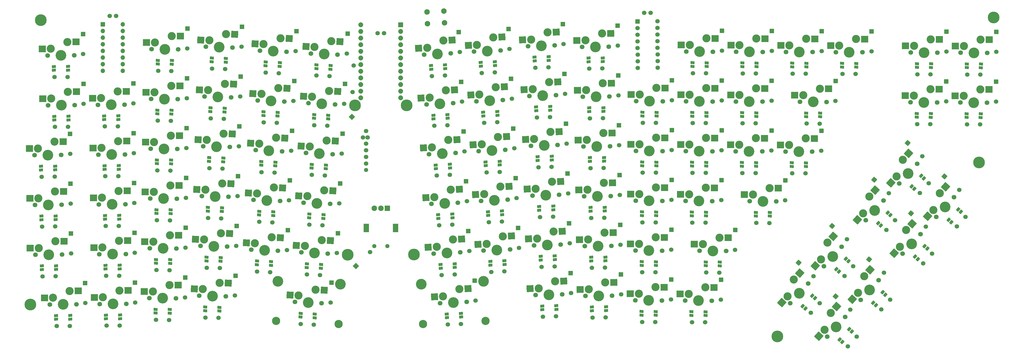
<source format=gbr>
%TF.GenerationSoftware,KiCad,Pcbnew,8.0.1-8.0.1-1~ubuntu22.04.1*%
%TF.CreationDate,2024-03-26T23:20:42-04:00*%
%TF.ProjectId,travis_erg2024-new4,74726176-6973-45f6-9572-67323032342d,2024.03.25*%
%TF.SameCoordinates,Original*%
%TF.FileFunction,Soldermask,Bot*%
%TF.FilePolarity,Negative*%
%FSLAX46Y46*%
G04 Gerber Fmt 4.6, Leading zero omitted, Abs format (unit mm)*
G04 Created by KiCad (PCBNEW 8.0.1-8.0.1-1~ubuntu22.04.1) date 2024-03-26 23:20:42*
%MOMM*%
%LPD*%
G01*
G04 APERTURE LIST*
G04 Aperture macros list*
%AMRoundRect*
0 Rectangle with rounded corners*
0 $1 Rounding radius*
0 $2 $3 $4 $5 $6 $7 $8 $9 X,Y pos of 4 corners*
0 Add a 4 corners polygon primitive as box body*
4,1,4,$2,$3,$4,$5,$6,$7,$8,$9,$2,$3,0*
0 Add four circle primitives for the rounded corners*
1,1,$1+$1,$2,$3*
1,1,$1+$1,$4,$5*
1,1,$1+$1,$6,$7*
1,1,$1+$1,$8,$9*
0 Add four rect primitives between the rounded corners*
20,1,$1+$1,$2,$3,$4,$5,0*
20,1,$1+$1,$4,$5,$6,$7,0*
20,1,$1+$1,$6,$7,$8,$9,0*
20,1,$1+$1,$8,$9,$2,$3,0*%
%AMHorizOval*
0 Thick line with rounded ends*
0 $1 width*
0 $2 $3 position (X,Y) of the first rounded end (center of the circle)*
0 $4 $5 position (X,Y) of the second rounded end (center of the circle)*
0 Add line between two ends*
20,1,$1,$2,$3,$4,$5,0*
0 Add two circle primitives to create the rounded ends*
1,1,$1,$2,$3*
1,1,$1,$4,$5*%
G04 Aperture macros list end*
%ADD10C,4.087800*%
%ADD11C,1.801800*%
%ADD12C,3.100000*%
%ADD13RoundRect,0.050000X-1.264043X-1.261079X1.285860X-1.238826X1.264043X1.261079X-1.285860X1.238826X0*%
%ADD14RoundRect,0.050000X-0.806951X0.792988X-0.792988X-0.806951X0.806951X-0.792988X0.792988X0.806951X0*%
%ADD15HorizOval,1.700000X0.000000X0.000000X0.000000X0.000000X0*%
%ADD16RoundRect,0.050000X-0.695610X-0.506090X0.704337X-0.493872X0.695610X0.506090X-0.704337X0.493872X0*%
%ADD17C,1.700000*%
%ADD18RoundRect,0.050000X-1.285860X-1.238826X1.264043X-1.261079X1.285860X1.238826X-1.264043X1.261079X0*%
%ADD19RoundRect,0.050000X-0.792988X0.806951X-0.806951X-0.792988X0.792988X-0.806951X0.806951X0.792988X0*%
%ADD20HorizOval,1.700000X0.000000X0.000000X0.000000X0.000000X0*%
%ADD21RoundRect,0.050000X-0.704337X-0.493872X0.695610X-0.506090X0.704337X0.493872X-0.695610X0.506090X0*%
%ADD22RoundRect,0.050000X-1.307284X-1.216196X1.241842X-1.282947X1.307284X1.216196X-1.241842X1.282947X0*%
%ADD23RoundRect,0.050000X-0.778784X0.820667X-0.820667X-0.778784X0.778784X-0.820667X0.820667X0.778784X0*%
%ADD24HorizOval,1.700000X0.000000X0.000000X0.000000X0.000000X0*%
%ADD25RoundRect,0.050000X-0.712849X-0.481505X0.686672X-0.518153X0.712849X0.481505X-0.686672X0.518153X0*%
%ADD26RoundRect,0.050000X-1.328311X-1.193196X1.219262X-1.304425X1.328311X1.193196X-1.219262X1.304425X0*%
%ADD27RoundRect,0.050000X-0.764343X0.834134X-0.834134X-0.764343X0.764343X-0.834134X0.834134X0.764343X0*%
%ADD28HorizOval,1.700000X0.000000X0.000000X0.000000X0.000000X0*%
%ADD29RoundRect,0.050000X-0.721143X-0.468991X0.677524X-0.530058X0.721143X0.468991X-0.677524X0.530058X0*%
%ADD30RoundRect,0.050000X-1.333504X-1.187388X1.213559X-1.309733X1.333504X1.187388X-1.213559X1.309733X0*%
%ADD31RoundRect,0.050000X-0.760696X0.837461X-0.837461X-0.760696X0.760696X-0.837461X0.837461X0.760696X0*%
%ADD32HorizOval,1.700000X0.000000X0.000000X0.000000X0.000000X0*%
%ADD33RoundRect,0.050000X-0.723183X-0.465840X0.675205X-0.533009X0.723183X0.465840X-0.675205X0.533009X0*%
%ADD34RoundRect,0.050000X-1.213559X-1.309733X1.333504X-1.187388X1.213559X1.309733X-1.333504X1.187388X0*%
%ADD35RoundRect,0.050000X-0.837461X0.760696X-0.760696X-0.837461X0.837461X-0.760696X0.760696X0.837461X0*%
%ADD36HorizOval,1.700000X0.000000X0.000000X0.000000X0.000000X0*%
%ADD37RoundRect,0.050000X-0.675205X-0.533009X0.723183X-0.465840X0.675205X0.533009X-0.723183X0.465840X0*%
%ADD38RoundRect,0.050000X-1.236232X-1.288354X1.312578X-1.210480X1.236232X1.288354X-1.312578X1.210480X0*%
%ADD39RoundRect,0.050000X-0.824058X0.775196X-0.775196X-0.824058X0.824058X-0.775196X0.775196X0.824058X0*%
%ADD40HorizOval,1.700000X0.000000X0.000000X0.000000X0.000000X0*%
%ADD41RoundRect,0.050000X-0.684404X-0.521144X0.714943X-0.478390X0.684404X0.521144X-0.714943X0.478390X0*%
%ADD42RoundRect,0.050000X-1.258529X-1.266582X1.291253X-1.233204X1.258529X1.266582X-1.291253X1.233204X0*%
%ADD43RoundRect,0.050000X-0.810403X0.789460X-0.789460X-0.810403X0.810403X-0.789460X0.789460X0.810403X0*%
%ADD44HorizOval,1.700000X0.000000X0.000000X0.000000X0.000000X0*%
%ADD45RoundRect,0.050000X-0.693395X-0.509120X0.706485X-0.490794X0.693395X0.509120X-0.706485X0.490794X0*%
%ADD46RoundRect,0.050000X-1.280442X-1.244425X1.269534X-1.255551X1.280442X1.244425X-1.269534X1.255551X0*%
%ADD47RoundRect,0.050000X-0.796502X0.803483X-0.803483X-0.796502X0.796502X-0.803483X0.803483X0.796502X0*%
%ADD48HorizOval,1.700000X0.000000X0.000000X0.000000X0.000000X0*%
%ADD49RoundRect,0.050000X-0.702175X-0.496941X0.697812X-0.503050X0.702175X0.496941X-0.697812X0.503050X0*%
%ADD50RoundRect,0.050000X0.068005X-1.784237X1.782540X0.103320X-0.068005X1.784237X-1.782540X-0.103320X0*%
%ADD51RoundRect,0.050000X-1.130068X-0.054281X0.054281X-1.130068X1.130068X0.054281X-0.054281X1.130068X0*%
%ADD52HorizOval,1.700000X0.000000X0.000000X0.000000X0.000000X0*%
%ADD53RoundRect,0.050000X-0.100548X-0.854336X0.840766X0.181969X0.100548X0.854336X-0.840766X-0.181969X0*%
%ADD54RoundRect,0.050000X0.695610X0.506090X-0.704337X0.493872X-0.695610X-0.506090X0.704337X-0.493872X0*%
%ADD55RoundRect,0.050000X0.704337X0.493872X-0.695610X0.506090X-0.704337X-0.493872X0.695610X-0.506090X0*%
%ADD56RoundRect,0.050000X0.712849X0.481505X-0.686672X0.518153X-0.712849X-0.481505X0.686672X-0.518153X0*%
%ADD57RoundRect,0.050000X0.721143X0.468991X-0.677524X0.530058X-0.721143X-0.468991X0.677524X-0.530058X0*%
%ADD58RoundRect,0.050000X0.723183X0.465840X-0.675205X0.533009X-0.723183X-0.465840X0.675205X-0.533009X0*%
%ADD59RoundRect,0.050000X0.675205X0.533009X-0.723183X0.465840X-0.675205X-0.533009X0.723183X-0.465840X0*%
%ADD60RoundRect,0.050000X0.684404X0.521144X-0.714943X0.478390X-0.684404X-0.521144X0.714943X-0.478390X0*%
%ADD61RoundRect,0.050000X0.693395X0.509120X-0.706485X0.490794X-0.693395X-0.509120X0.706485X-0.490794X0*%
%ADD62RoundRect,0.050000X0.702175X0.496941X-0.697812X0.503050X-0.702175X-0.496941X0.697812X-0.503050X0*%
%ADD63RoundRect,0.050000X0.100548X0.854336X-0.840766X-0.181969X-0.100548X-0.854336X0.840766X0.181969X0*%
%ADD64HorizOval,1.700000X0.000000X0.000000X0.000000X0.000000X0*%
%ADD65RoundRect,0.050000X-0.876300X0.876300X-0.876300X-0.876300X0.876300X-0.876300X0.876300X0.876300X0*%
%ADD66C,1.852600*%
%ADD67RoundRect,0.050000X-0.800000X-0.800000X0.800000X-0.800000X0.800000X0.800000X-0.800000X0.800000X0*%
%ADD68O,1.700000X1.700000*%
%ADD69RoundRect,0.050000X-0.796502X-0.803483X0.803483X-0.796502X0.796502X0.803483X-0.803483X0.796502X0*%
%ADD70HorizOval,1.700000X0.000000X0.000000X0.000000X0.000000X0*%
%ADD71C,2.100000*%
%ADD72C,1.600000*%
%ADD73RoundRect,0.050000X-1.131371X0.000000X0.000000X-1.131371X1.131371X0.000000X0.000000X1.131371X0*%
%ADD74HorizOval,1.700000X0.000000X0.000000X0.000000X0.000000X0*%
%ADD75RoundRect,0.050000X-1.000000X1.000000X-1.000000X-1.000000X1.000000X-1.000000X1.000000X1.000000X0*%
%ADD76RoundRect,0.050000X-1.000000X1.600000X-1.000000X-1.600000X1.000000X-1.600000X1.000000X1.600000X0*%
%ADD77RoundRect,0.050000X0.000000X-1.131371X1.131371X0.000000X0.000000X1.131371X-1.131371X0.000000X0*%
%ADD78HorizOval,1.700000X0.000000X0.000000X0.000000X0.000000X0*%
%ADD79C,3.148000*%
%ADD80C,0.800000*%
%ADD81C,4.500000*%
G04 APERTURE END LIST*
D10*
%TO.C,KSW1*%
X41743784Y-199643323D03*
D11*
X46823591Y-199598992D03*
X36663977Y-199687654D03*
D12*
X44239356Y-194541351D03*
X37911764Y-197136668D03*
D13*
X34636888Y-197165247D03*
X47541231Y-194512536D03*
%TD*%
D14*
%TO.C,KD1*%
X50198400Y-191544200D03*
D15*
X50264896Y-199163910D03*
%TD*%
D16*
%TO.C,KLED1*%
X44480889Y-203879565D03*
X44493106Y-205279512D03*
X39081094Y-203926688D03*
X39093311Y-205326635D03*
%TD*%
D17*
%TO.C,KC1*%
X44316100Y-207921200D03*
X39316290Y-207964833D03*
%TD*%
D10*
%TO.C,KSW2*%
X36149003Y-161590697D03*
D11*
X41228810Y-161546366D03*
X31069196Y-161635028D03*
D12*
X38644575Y-156488725D03*
X32316983Y-159084042D03*
D13*
X29042107Y-159112621D03*
X41946450Y-156459910D03*
%TD*%
D14*
%TO.C,KD2*%
X44603600Y-153491600D03*
D15*
X44670096Y-161111310D03*
%TD*%
D16*
%TO.C,KLED2*%
X38886089Y-165826965D03*
X38898306Y-167226912D03*
X33486294Y-165874088D03*
X33498511Y-167274035D03*
%TD*%
D17*
%TO.C,KC2*%
X38721300Y-169868600D03*
X33721490Y-169912233D03*
%TD*%
D10*
%TO.C,KSW3*%
X41078822Y-123446225D03*
D11*
X46158629Y-123401894D03*
X35999015Y-123490556D03*
D12*
X43574394Y-118344253D03*
X37246802Y-120939570D03*
D13*
X33971926Y-120968149D03*
X46876269Y-118315438D03*
%TD*%
D14*
%TO.C,KD3*%
X49533500Y-115347100D03*
D15*
X49599996Y-122966810D03*
%TD*%
D16*
%TO.C,KLED3*%
X43815889Y-127682465D03*
X43828106Y-129082412D03*
X38416094Y-127729588D03*
X38428311Y-129129535D03*
%TD*%
D17*
%TO.C,KC3*%
X43651200Y-131724100D03*
X38651390Y-131767733D03*
%TD*%
D10*
%TO.C,KSW4*%
X60793059Y-199477083D03*
D11*
X65872866Y-199432752D03*
X55713252Y-199521414D03*
D12*
X63288631Y-194375111D03*
X56961039Y-196970428D03*
D13*
X53686163Y-196999007D03*
X66590506Y-194346296D03*
%TD*%
D14*
%TO.C,KD4*%
X69247700Y-191378000D03*
D15*
X69314196Y-198997710D03*
%TD*%
D16*
%TO.C,KLED4*%
X63530089Y-203713365D03*
X63542306Y-205113312D03*
X58130294Y-203760488D03*
X58142511Y-205160435D03*
%TD*%
D17*
%TO.C,KC4*%
X63365400Y-207755000D03*
X58365590Y-207798633D03*
%TD*%
D10*
%TO.C,KSW5*%
X60460578Y-161378533D03*
D11*
X65540385Y-161334202D03*
X55380771Y-161422864D03*
D12*
X62956150Y-156276561D03*
X56628558Y-158871878D03*
D13*
X53353682Y-158900457D03*
X66258025Y-156247746D03*
%TD*%
D14*
%TO.C,KD5*%
X68915200Y-153279400D03*
D15*
X68981696Y-160899110D03*
%TD*%
D16*
%TO.C,KLED5*%
X63197689Y-165614765D03*
X63209906Y-167014712D03*
X57797894Y-165661888D03*
X57810111Y-167061835D03*
%TD*%
D17*
%TO.C,KC5*%
X63032900Y-169656400D03*
X58033090Y-169700033D03*
%TD*%
D10*
%TO.C,KSW6*%
X60128097Y-123279984D03*
D11*
X65207904Y-123235653D03*
X55048290Y-123324315D03*
D12*
X62623669Y-118178012D03*
X56296077Y-120773329D03*
D13*
X53021201Y-120801908D03*
X65925544Y-118149197D03*
%TD*%
D14*
%TO.C,KD6*%
X68582700Y-115180900D03*
D15*
X68649196Y-122800610D03*
%TD*%
D16*
%TO.C,KLED6*%
X62865189Y-127516265D03*
X62877406Y-128916212D03*
X57465394Y-127563388D03*
X57477611Y-128963335D03*
%TD*%
D17*
%TO.C,KC6*%
X62700400Y-131557900D03*
X57700590Y-131601533D03*
%TD*%
D10*
%TO.C,KSW7*%
X79824880Y-197310918D03*
D11*
X84904687Y-197355249D03*
X74745073Y-197266587D03*
D12*
X82409114Y-192253277D03*
X76037190Y-194737767D03*
D18*
X72762315Y-194709187D03*
X85710988Y-192282092D03*
%TD*%
D19*
%TO.C,KD7*%
X88419600Y-189360600D03*
D20*
X88353104Y-196980310D03*
%TD*%
D21*
%TO.C,KLED7*%
X82487606Y-201594288D03*
X82475389Y-202994235D03*
X77087811Y-201547165D03*
X77075594Y-202947112D03*
%TD*%
D17*
%TO.C,KC7*%
X82252400Y-205632400D03*
X77252590Y-205588767D03*
%TD*%
D10*
%TO.C,KSW8*%
X80157361Y-159212369D03*
D11*
X85237168Y-159256700D03*
X75077554Y-159168038D03*
D12*
X82741595Y-154154728D03*
X76369671Y-156639218D03*
D18*
X73094796Y-156610638D03*
X86043469Y-154183543D03*
%TD*%
D19*
%TO.C,KD8*%
X88752100Y-151262100D03*
D20*
X88685604Y-158881810D03*
%TD*%
D21*
%TO.C,KLED8*%
X82820106Y-163495788D03*
X82807889Y-164895735D03*
X77420311Y-163448665D03*
X77408094Y-164848612D03*
%TD*%
D17*
%TO.C,KC8*%
X82584800Y-167533900D03*
X77584990Y-167490267D03*
%TD*%
D10*
%TO.C,KSW9*%
X80489842Y-121113820D03*
D11*
X85569649Y-121158151D03*
X75410035Y-121069489D03*
D12*
X83074076Y-116056179D03*
X76702152Y-118540669D03*
D18*
X73427277Y-118512089D03*
X86375950Y-116084994D03*
%TD*%
D19*
%TO.C,KD9*%
X89084500Y-113163500D03*
D20*
X89018004Y-120783210D03*
%TD*%
D21*
%TO.C,KLED9*%
X83152606Y-125397188D03*
X83140389Y-126797135D03*
X77752811Y-125350065D03*
X77740594Y-126750012D03*
%TD*%
D17*
%TO.C,KC9*%
X82917300Y-129435300D03*
X77917490Y-129391667D03*
%TD*%
D10*
%TO.C,KSW10*%
X98882881Y-196477197D03*
D11*
X103961140Y-196610176D03*
X93804622Y-196344218D03*
D12*
X101554990Y-191465427D03*
X95140676Y-193838333D03*
D22*
X91866798Y-193752604D03*
X104855858Y-191551864D03*
%TD*%
D23*
%TO.C,KD10*%
X107615000Y-188678100D03*
D24*
X107415532Y-196295489D03*
%TD*%
D25*
%TO.C,KLED10*%
X101470399Y-200806418D03*
X101433751Y-202205938D03*
X96072249Y-200665062D03*
X96035601Y-202064582D03*
%TD*%
D17*
%TO.C,KC10*%
X101164800Y-204839800D03*
X96166513Y-204708915D03*
%TD*%
D10*
%TO.C,KSW11*%
X99880223Y-158390253D03*
D11*
X104958482Y-158523232D03*
X94801964Y-158257274D03*
D12*
X102552332Y-153378483D03*
X96138018Y-155751389D03*
D22*
X92864140Y-155665660D03*
X105853200Y-153464920D03*
%TD*%
D23*
%TO.C,KD11*%
X108612400Y-150591200D03*
D24*
X108412932Y-158208589D03*
%TD*%
D25*
%TO.C,KLED11*%
X102467799Y-162719518D03*
X102431151Y-164119038D03*
X97069649Y-162578162D03*
X97033001Y-163977682D03*
%TD*%
D17*
%TO.C,KC11*%
X102162100Y-166752900D03*
X97163813Y-166622015D03*
%TD*%
D10*
%TO.C,KSW12*%
X100877565Y-120303309D03*
D11*
X105955824Y-120436288D03*
X95799306Y-120170330D03*
D12*
X103549674Y-115291539D03*
X97135360Y-117664445D03*
D22*
X93861482Y-117578716D03*
X106850542Y-115377976D03*
%TD*%
D23*
%TO.C,KD12*%
X109609700Y-112504200D03*
D24*
X109410232Y-120121589D03*
%TD*%
D25*
%TO.C,KLED12*%
X103465099Y-124632518D03*
X103428451Y-126032038D03*
X98066949Y-124491162D03*
X98030301Y-125890682D03*
%TD*%
D17*
%TO.C,KC12*%
X103159400Y-128665900D03*
X98161113Y-128535015D03*
%TD*%
D10*
%TO.C,KSW13*%
X119562075Y-159911788D03*
D11*
X124637240Y-160133374D03*
X114486910Y-159690202D03*
D12*
X122321244Y-154947416D03*
X115866495Y-157208016D03*
D26*
X112594612Y-157065162D03*
X125620101Y-155091447D03*
%TD*%
D27*
%TO.C,KD13*%
X128429000Y-152266300D03*
D28*
X128096620Y-159879047D03*
%TD*%
D29*
%TO.C,KLED13*%
X122073664Y-164285539D03*
X122012597Y-165684206D03*
X116678803Y-164049994D03*
X116617736Y-165448661D03*
%TD*%
D17*
%TO.C,KC13*%
X121697700Y-168312900D03*
X116702459Y-168094803D03*
%TD*%
D10*
%TO.C,KSW14*%
X121223974Y-121848051D03*
D11*
X126299139Y-122069637D03*
X116148809Y-121626465D03*
D12*
X123983143Y-116883679D03*
X117528394Y-119144279D03*
D26*
X114256511Y-119001425D03*
X127282000Y-117027710D03*
%TD*%
D27*
%TO.C,KD14*%
X130090900Y-114202500D03*
D28*
X129758520Y-121815247D03*
%TD*%
D29*
%TO.C,KLED14*%
X123735564Y-126221739D03*
X123674497Y-127620406D03*
X118340703Y-125986194D03*
X118279636Y-127384861D03*
%TD*%
D17*
%TO.C,KC14*%
X123359600Y-130249200D03*
X118364359Y-130031103D03*
%TD*%
D10*
%TO.C,KSW15*%
X135422868Y-198984269D03*
D11*
X140497018Y-199227998D03*
X130348718Y-198740540D03*
D12*
X138203672Y-194031984D03*
X131739120Y-196264397D03*
D30*
X128467892Y-196107269D03*
X141501869Y-194190407D03*
%TD*%
D31*
%TO.C,KD15*%
X144323100Y-191377500D03*
D32*
X143957507Y-198988725D03*
%TD*%
D33*
%TO.C,KLED15*%
X137915375Y-203368947D03*
X137848206Y-204767335D03*
X132521594Y-203109865D03*
X132454425Y-204508253D03*
%TD*%
D17*
%TO.C,KC15*%
X137521800Y-207394700D03*
X132527558Y-207154809D03*
%TD*%
D10*
%TO.C,KSW16*%
X138749107Y-161000113D03*
D11*
X143823257Y-161243842D03*
X133674957Y-160756384D03*
D12*
X141529911Y-156047828D03*
X135065359Y-158280241D03*
D30*
X131794131Y-158123113D03*
X144828108Y-156206251D03*
%TD*%
D31*
%TO.C,KD16*%
X147649300Y-153393400D03*
D32*
X147283707Y-161004625D03*
%TD*%
D33*
%TO.C,KLED16*%
X141241575Y-165384747D03*
X141174406Y-166783135D03*
X135847794Y-165125665D03*
X135780625Y-166524053D03*
%TD*%
D17*
%TO.C,KC16*%
X140848000Y-169410500D03*
X135853758Y-169170609D03*
%TD*%
D10*
%TO.C,KSW17*%
X140577074Y-122943990D03*
D11*
X145651224Y-123187719D03*
X135502924Y-122700261D03*
D12*
X143357878Y-117991705D03*
X136893326Y-120224118D03*
D30*
X133622098Y-120066990D03*
X146656075Y-118150128D03*
%TD*%
D31*
%TO.C,KD17*%
X149477300Y-115337200D03*
D32*
X149111707Y-122948425D03*
%TD*%
D33*
%TO.C,KLED17*%
X143069575Y-127328647D03*
X143002406Y-128727035D03*
X137675794Y-127069565D03*
X137608625Y-128467953D03*
%TD*%
D17*
%TO.C,KC17*%
X142676000Y-131354400D03*
X137681758Y-131114509D03*
%TD*%
D10*
%TO.C,KSW18*%
X190867728Y-198975632D03*
D11*
X195941878Y-198731903D03*
X185793578Y-199219361D03*
D12*
X193161074Y-193779618D03*
X186940251Y-196621354D03*
D34*
X183669023Y-196778482D03*
X196459271Y-193621194D03*
%TD*%
D35*
%TO.C,KD18*%
X198997900Y-190550900D03*
D36*
X199363493Y-198162125D03*
%TD*%
D37*
%TO.C,KLED18*%
X193769006Y-203101165D03*
X193836175Y-204499553D03*
X188375225Y-203360247D03*
X188442394Y-204758635D03*
%TD*%
D17*
%TO.C,KC18*%
X193763100Y-207146100D03*
X188768858Y-207385991D03*
%TD*%
D10*
%TO.C,KSW19*%
X187541488Y-160991475D03*
D11*
X192615638Y-160747746D03*
X182467338Y-161235204D03*
D12*
X189834834Y-155795461D03*
X183614011Y-158637197D03*
D34*
X180342783Y-158794325D03*
X193133031Y-155637037D03*
%TD*%
D35*
%TO.C,KD19*%
X195671600Y-152566700D03*
D36*
X196037193Y-160177925D03*
%TD*%
D37*
%TO.C,KLED19*%
X190442806Y-165117065D03*
X190509975Y-166515453D03*
X185049025Y-165376147D03*
X185116194Y-166774535D03*
%TD*%
D17*
%TO.C,KC19*%
X190436800Y-169162000D03*
X185442558Y-169401891D03*
%TD*%
D10*
%TO.C,KSW20*%
X185713522Y-122935352D03*
D11*
X190787672Y-122691623D03*
X180639372Y-123179081D03*
D12*
X188006868Y-117739338D03*
X181786045Y-120581074D03*
D34*
X178514817Y-120738202D03*
X191305065Y-117580914D03*
%TD*%
D35*
%TO.C,KD20*%
X193843700Y-114510600D03*
D36*
X194209293Y-122121825D03*
%TD*%
D37*
%TO.C,KLED20*%
X188614806Y-127060865D03*
X188681975Y-128459253D03*
X183221025Y-127319947D03*
X183288194Y-128718335D03*
%TD*%
D17*
%TO.C,KC20*%
X188608900Y-131105800D03*
X183614658Y-131345691D03*
%TD*%
D10*
%TO.C,KSW21*%
X206557556Y-159827780D03*
D11*
X211631706Y-159584051D03*
X201483406Y-160071509D03*
D12*
X208850902Y-154631766D03*
X202630079Y-157473502D03*
D34*
X199358851Y-157630630D03*
X212149099Y-154473342D03*
%TD*%
D35*
%TO.C,KD21*%
X214687700Y-151403000D03*
D36*
X215053293Y-159014225D03*
%TD*%
D37*
%TO.C,KLED21*%
X209458806Y-163953365D03*
X209525975Y-165351753D03*
X204065025Y-164212447D03*
X204132194Y-165610835D03*
%TD*%
D17*
%TO.C,KC21*%
X209452900Y-167998300D03*
X204458658Y-168238191D03*
%TD*%
D10*
%TO.C,KSW22*%
X204729589Y-121771657D03*
D11*
X209803739Y-121527928D03*
X199655439Y-122015386D03*
D12*
X207022935Y-116575643D03*
X200802112Y-119417379D03*
D34*
X197530884Y-119574507D03*
X210321132Y-116417219D03*
%TD*%
D35*
%TO.C,KD22*%
X212859700Y-113346900D03*
D36*
X213225293Y-120958125D03*
%TD*%
D37*
%TO.C,KLED22*%
X207630906Y-125897165D03*
X207698075Y-127295553D03*
X202237125Y-126156247D03*
X202304294Y-127554635D03*
%TD*%
D17*
%TO.C,KC22*%
X207624900Y-129942200D03*
X202630658Y-130182091D03*
%TD*%
D10*
%TO.C,KSW23*%
X227365606Y-195971072D03*
D11*
X232443237Y-195815936D03*
X222287975Y-196126208D03*
D12*
X229749286Y-190815874D03*
X223479815Y-193548608D03*
D38*
X220206343Y-193648622D03*
X233049746Y-190715035D03*
%TD*%
D39*
%TO.C,KD23*%
X235641600Y-187689500D03*
D40*
X235874303Y-195305946D03*
%TD*%
D41*
%TO.C,KLED23*%
X230194464Y-200146673D03*
X230237218Y-201546020D03*
X224796982Y-200311580D03*
X224839736Y-201710927D03*
%TD*%
D17*
%TO.C,KC23*%
X230117900Y-204190900D03*
X225120232Y-204343593D03*
%TD*%
D10*
%TO.C,KSW24*%
X226202088Y-157888842D03*
D11*
X231279719Y-157733706D03*
X221124457Y-158043978D03*
D12*
X228585768Y-152733644D03*
X222316297Y-155466378D03*
D38*
X219042825Y-155566392D03*
X231886228Y-152632805D03*
%TD*%
D39*
%TO.C,KD24*%
X234478000Y-149607200D03*
D40*
X234710703Y-157223646D03*
%TD*%
D41*
%TO.C,KLED24*%
X229030964Y-162064373D03*
X229073718Y-163463720D03*
X223633482Y-162229280D03*
X223676236Y-163628627D03*
%TD*%
D17*
%TO.C,KC24*%
X228954400Y-166108600D03*
X223956732Y-166261293D03*
%TD*%
D10*
%TO.C,KSW25*%
X225038571Y-119806612D03*
D11*
X230116202Y-119651476D03*
X219960940Y-119961748D03*
D12*
X227422251Y-114651414D03*
X221152780Y-117384148D03*
D38*
X217879308Y-117484162D03*
X230722711Y-114550575D03*
%TD*%
D39*
%TO.C,KD25*%
X233314500Y-111525000D03*
D40*
X233547203Y-119141446D03*
%TD*%
D41*
%TO.C,KLED25*%
X227867364Y-123982173D03*
X227910118Y-125381520D03*
X222469882Y-124147080D03*
X222512636Y-125546427D03*
%TD*%
D17*
%TO.C,KC25*%
X227790900Y-128026400D03*
X222793232Y-128179093D03*
%TD*%
D10*
%TO.C,KSW26*%
X246437259Y-196388847D03*
D11*
X251516824Y-196322352D03*
X241357694Y-196455342D03*
D12*
X248910546Y-191276035D03*
X242594338Y-193898936D03*
D42*
X239319618Y-193941804D03*
X252212263Y-191232813D03*
%TD*%
D43*
%TO.C,KD26*%
X254856500Y-188252900D03*
D44*
X254956243Y-195872247D03*
%TD*%
D45*
%TO.C,KLED26*%
X249192806Y-200613118D03*
X249211131Y-202012998D03*
X243793269Y-200683802D03*
X243811594Y-202083682D03*
%TD*%
D17*
%TO.C,KC26*%
X249045700Y-204655400D03*
X244046128Y-204720848D03*
%TD*%
D10*
%TO.C,KSW27*%
X245938546Y-158292111D03*
D11*
X251018111Y-158225616D03*
X240858981Y-158358606D03*
D12*
X248411833Y-153179299D03*
X242095625Y-155802200D03*
D42*
X238820905Y-155845068D03*
X251713550Y-153136077D03*
%TD*%
D43*
%TO.C,KD27*%
X254357800Y-150156200D03*
D44*
X254457543Y-157775547D03*
%TD*%
D45*
%TO.C,KLED27*%
X248694106Y-162516418D03*
X248712431Y-163916298D03*
X243294569Y-162587102D03*
X243312894Y-163986982D03*
%TD*%
D17*
%TO.C,KC27*%
X248547000Y-166558700D03*
X243547428Y-166624148D03*
%TD*%
D10*
%TO.C,KSW28*%
X245439832Y-120195375D03*
D11*
X250519397Y-120128880D03*
X240360267Y-120261870D03*
D12*
X247913119Y-115082563D03*
X241596911Y-117705464D03*
D42*
X238322191Y-117748332D03*
X251214836Y-115039341D03*
%TD*%
D43*
%TO.C,KD28*%
X253859100Y-112059500D03*
D44*
X253958843Y-119678847D03*
%TD*%
D45*
%TO.C,KLED28*%
X248195406Y-124419618D03*
X248213731Y-125819498D03*
X242795869Y-124490302D03*
X242814194Y-125890182D03*
%TD*%
D17*
%TO.C,KC28*%
X248048300Y-128461900D03*
X243048728Y-128527348D03*
%TD*%
D10*
%TO.C,KSW29*%
X265511806Y-198139318D03*
D11*
X270591758Y-198161484D03*
X260431854Y-198117152D03*
D12*
X268073947Y-193070449D03*
X261712925Y-195582718D03*
D46*
X258437956Y-195568428D03*
X271375916Y-193084857D03*
%TD*%
D47*
%TO.C,KD29*%
X274071700Y-190151600D03*
D48*
X274038452Y-197771527D03*
%TD*%
D49*
%TO.C,KLED29*%
X268193229Y-202411088D03*
X268187120Y-203811074D03*
X262793280Y-202387526D03*
X262787171Y-203787512D03*
%TD*%
D17*
%TO.C,KC29*%
X267975600Y-206450100D03*
X262975648Y-206428283D03*
%TD*%
D10*
%TO.C,KSW30*%
X265678049Y-160039681D03*
D11*
X270758001Y-160061847D03*
X260598097Y-160017515D03*
D12*
X268240190Y-154970812D03*
X261879168Y-157483081D03*
D46*
X258604199Y-157468791D03*
X271542159Y-154985220D03*
%TD*%
D47*
%TO.C,KD30*%
X274238000Y-152052000D03*
D48*
X274204752Y-159671927D03*
%TD*%
D49*
%TO.C,KLED30*%
X268359429Y-164311388D03*
X268353320Y-165711374D03*
X262959480Y-164287826D03*
X262953371Y-165687812D03*
%TD*%
D17*
%TO.C,KC30*%
X268141800Y-168350500D03*
X263141848Y-168328683D03*
%TD*%
D10*
%TO.C,KSW31*%
X265844291Y-121940044D03*
D11*
X270924243Y-121962210D03*
X260764339Y-121917878D03*
D12*
X268406432Y-116871175D03*
X262045410Y-119383444D03*
D46*
X258770441Y-119369154D03*
X271708401Y-116885583D03*
%TD*%
D47*
%TO.C,KD31*%
X274404200Y-113952300D03*
D48*
X274370952Y-121572227D03*
%TD*%
D49*
%TO.C,KLED31*%
X268525629Y-126211788D03*
X268519520Y-127611774D03*
X263125680Y-126188226D03*
X263119571Y-127588212D03*
%TD*%
D17*
%TO.C,KC31*%
X268308100Y-130250900D03*
X263308148Y-130229083D03*
%TD*%
D10*
%TO.C,KSW32*%
X284561625Y-198222439D03*
D11*
X289641577Y-198244605D03*
X279481673Y-198200273D03*
D12*
X287123766Y-193153570D03*
X280762744Y-195665839D03*
D46*
X277487775Y-195651549D03*
X290425735Y-193167978D03*
%TD*%
D47*
%TO.C,KD32*%
X293121600Y-190234700D03*
D48*
X293088352Y-197854627D03*
%TD*%
D49*
%TO.C,KLED32*%
X287243029Y-202494188D03*
X287236920Y-203894174D03*
X281843080Y-202470626D03*
X281836971Y-203870612D03*
%TD*%
D17*
%TO.C,KC32*%
X287025400Y-206533300D03*
X282025448Y-206511483D03*
%TD*%
D10*
%TO.C,KSW33*%
X284727867Y-160122802D03*
D11*
X289807819Y-160144968D03*
X279647915Y-160100636D03*
D12*
X287290008Y-155053933D03*
X280928986Y-157566202D03*
D46*
X277654017Y-157551912D03*
X290591977Y-155068341D03*
%TD*%
D47*
%TO.C,KD33*%
X293287800Y-152135100D03*
D48*
X293254552Y-159755027D03*
%TD*%
D49*
%TO.C,KLED33*%
X287409229Y-164394588D03*
X287403120Y-165794574D03*
X282009280Y-164371026D03*
X282003171Y-165771012D03*
%TD*%
D17*
%TO.C,KC33*%
X287191600Y-168433600D03*
X282191648Y-168411783D03*
%TD*%
D10*
%TO.C,KSW34*%
X284894109Y-122023165D03*
D11*
X289974061Y-122045331D03*
X279814157Y-122000999D03*
D12*
X287456250Y-116954296D03*
X281095228Y-119466565D03*
D46*
X277820259Y-119452275D03*
X290758219Y-116968704D03*
%TD*%
D47*
%TO.C,KD34*%
X293454000Y-114035400D03*
D48*
X293420752Y-121655327D03*
%TD*%
D49*
%TO.C,KLED34*%
X287575529Y-126294888D03*
X287569420Y-127694874D03*
X282175580Y-126271326D03*
X282169471Y-127671312D03*
%TD*%
D17*
%TO.C,KC34*%
X287357900Y-130334000D03*
X282357948Y-130312183D03*
%TD*%
D10*
%TO.C,KSW35*%
X309140135Y-160229322D03*
D11*
X314220087Y-160251488D03*
X304060183Y-160207156D03*
D12*
X311702276Y-155160453D03*
X305341254Y-157672722D03*
D46*
X302066285Y-157658432D03*
X315004245Y-155174861D03*
%TD*%
D47*
%TO.C,KD35*%
X317700100Y-152241600D03*
D48*
X317666852Y-159861527D03*
%TD*%
D49*
%TO.C,KLED35*%
X311821529Y-164501088D03*
X311815420Y-165901074D03*
X306421580Y-164477526D03*
X306415471Y-165877512D03*
%TD*%
D17*
%TO.C,KC35*%
X311603900Y-168540200D03*
X306603948Y-168518383D03*
%TD*%
D10*
%TO.C,KSW36*%
X303943928Y-122106286D03*
D11*
X309023880Y-122128452D03*
X298863976Y-122084120D03*
D12*
X306506069Y-117037417D03*
X300145047Y-119549686D03*
D46*
X296870078Y-119535396D03*
X309808038Y-117051825D03*
%TD*%
D47*
%TO.C,KD36*%
X312503900Y-114118600D03*
D48*
X312470652Y-121738527D03*
%TD*%
D49*
%TO.C,KLED36*%
X306625329Y-126377988D03*
X306619220Y-127777974D03*
X301225380Y-126354426D03*
X301219271Y-127754412D03*
%TD*%
D17*
%TO.C,KC36*%
X306407700Y-130417100D03*
X301407748Y-130395283D03*
%TD*%
D10*
%TO.C,KSW37*%
X328356196Y-122212805D03*
D11*
X333436148Y-122234971D03*
X323276244Y-122190639D03*
D12*
X330918337Y-117143936D03*
X324557315Y-119656205D03*
D46*
X321282346Y-119641915D03*
X334220306Y-117158344D03*
%TD*%
D47*
%TO.C,KD37*%
X336916100Y-114225100D03*
D48*
X336882852Y-121845027D03*
%TD*%
D49*
%TO.C,KLED37*%
X331037629Y-126484588D03*
X331031520Y-127884574D03*
X325637680Y-126461026D03*
X325631571Y-127861012D03*
%TD*%
D17*
%TO.C,KC37*%
X330820000Y-130523600D03*
X325820048Y-130501783D03*
%TD*%
D10*
%TO.C,KSW38*%
X337118953Y-208256960D03*
D11*
X340534576Y-204496652D03*
X333703330Y-212017268D03*
D12*
X335066457Y-202961183D03*
X332677081Y-209369379D03*
D50*
X330475080Y-211793594D03*
X337286612Y-200516982D03*
%TD*%
D51*
%TO.C,KD38*%
X336910600Y-196550900D03*
D52*
X342551062Y-201674335D03*
%TD*%
D53*
%TO.C,KLED38*%
X342087638Y-209122654D03*
X343123943Y-210063968D03*
X338456857Y-213119832D03*
X339493162Y-214061146D03*
%TD*%
D17*
%TO.C,KC38*%
X344943700Y-211987100D03*
X341581866Y-215688191D03*
%TD*%
D10*
%TO.C,KSW39*%
X349927541Y-194155805D03*
D11*
X353343164Y-190395497D03*
X346511918Y-197916113D03*
D12*
X347875045Y-188860028D03*
X345485669Y-195268224D03*
D50*
X343283668Y-197692439D03*
X350095200Y-186415827D03*
%TD*%
D51*
%TO.C,KD39*%
X349719200Y-182449700D03*
D52*
X355359662Y-187573135D03*
%TD*%
D53*
%TO.C,KLED39*%
X354896238Y-195021454D03*
X355932543Y-195962768D03*
X351265457Y-199018632D03*
X352301762Y-199959946D03*
%TD*%
D17*
%TO.C,KC39*%
X357752300Y-197885900D03*
X354390466Y-201586991D03*
%TD*%
D10*
%TO.C,KSW40*%
X365938276Y-176529360D03*
D11*
X369353899Y-172769052D03*
X362522653Y-180289668D03*
D12*
X363885780Y-171233583D03*
X361496404Y-177641779D03*
D50*
X359294403Y-180065994D03*
X366105935Y-168789382D03*
%TD*%
D51*
%TO.C,KD40*%
X365730000Y-164823300D03*
D52*
X371370462Y-169946735D03*
%TD*%
D53*
%TO.C,KLED40*%
X370907038Y-177395054D03*
X371943343Y-178336368D03*
X367276257Y-181392232D03*
X368312562Y-182333546D03*
%TD*%
D17*
%TO.C,KC40*%
X373763000Y-180259500D03*
X370401166Y-183960591D03*
%TD*%
D10*
%TO.C,KSW41*%
X378746863Y-162428205D03*
D11*
X382162486Y-158667897D03*
X375331240Y-166188513D03*
D12*
X376694367Y-157132428D03*
X374304991Y-163540624D03*
D50*
X372102990Y-165964839D03*
X378914522Y-154688227D03*
%TD*%
D51*
%TO.C,KD41*%
X378538500Y-150722100D03*
D52*
X384178962Y-155845535D03*
%TD*%
D53*
%TO.C,KLED41*%
X383715538Y-163293854D03*
X384751843Y-164235168D03*
X380084757Y-167291032D03*
X381121062Y-168232346D03*
%TD*%
D17*
%TO.C,KC41*%
X386571600Y-166158300D03*
X383209766Y-169859391D03*
%TD*%
D10*
%TO.C,KSW42*%
X370618293Y-122397210D03*
D11*
X375698245Y-122419376D03*
X365538341Y-122375044D03*
D12*
X373180434Y-117328341D03*
X366819412Y-119840610D03*
D46*
X363544443Y-119826320D03*
X376482403Y-117342749D03*
%TD*%
D47*
%TO.C,KD42*%
X379178200Y-114409500D03*
D48*
X379144952Y-122029427D03*
%TD*%
D49*
%TO.C,KLED42*%
X373299729Y-126668988D03*
X373293620Y-128068974D03*
X367899780Y-126645426D03*
X367893671Y-128045412D03*
%TD*%
D17*
%TO.C,KC42*%
X373082100Y-130708000D03*
X368082148Y-130686183D03*
%TD*%
D10*
%TO.C,KSW43*%
X389668112Y-122480331D03*
D11*
X394748064Y-122502497D03*
X384588160Y-122458165D03*
D12*
X392230253Y-117411462D03*
X385869231Y-119923731D03*
D46*
X382594262Y-119909441D03*
X395532222Y-117425870D03*
%TD*%
D47*
%TO.C,KD43*%
X398228000Y-114492600D03*
D48*
X398194752Y-122112527D03*
%TD*%
D49*
%TO.C,KLED43*%
X392349529Y-126752088D03*
X392343420Y-128152074D03*
X386949580Y-126728526D03*
X386943471Y-128128512D03*
%TD*%
D17*
%TO.C,KC43*%
X392131900Y-130791200D03*
X387131948Y-130769383D03*
%TD*%
D10*
%TO.C,KSW44*%
X36315244Y-180639972D03*
D11*
X41395051Y-180595641D03*
X31235437Y-180684303D03*
D12*
X38810816Y-175538000D03*
X32483224Y-178133317D03*
D13*
X29208348Y-178161896D03*
X42112691Y-175509185D03*
%TD*%
D14*
%TO.C,KD44*%
X44769900Y-172540900D03*
D15*
X44836396Y-180160610D03*
%TD*%
D54*
%TO.C,KLED44*%
X33664711Y-186323335D03*
X33652494Y-184923388D03*
X39064506Y-186276212D03*
X39052289Y-184876265D03*
%TD*%
D17*
%TO.C,KC44*%
X33887800Y-188961500D03*
X38887610Y-188917867D03*
%TD*%
D10*
%TO.C,KSW45*%
X35982763Y-142541423D03*
D11*
X41062570Y-142497092D03*
X30902956Y-142585754D03*
D12*
X38478335Y-137439451D03*
X32150743Y-140034768D03*
D13*
X28875867Y-140063347D03*
X41780210Y-137410636D03*
%TD*%
D14*
%TO.C,KD45*%
X44437400Y-134442300D03*
D15*
X44503896Y-142062010D03*
%TD*%
D54*
%TO.C,KLED45*%
X33332211Y-148224735D03*
X33319994Y-146824788D03*
X38732006Y-148177612D03*
X38719789Y-146777665D03*
%TD*%
D17*
%TO.C,KC45*%
X33555300Y-150862900D03*
X38555110Y-150819267D03*
%TD*%
D10*
%TO.C,KSW46*%
X40912582Y-104396950D03*
D11*
X45992389Y-104352619D03*
X35832775Y-104441281D03*
D12*
X43408154Y-99294978D03*
X37080562Y-101890295D03*
D13*
X33805686Y-101918874D03*
X46710029Y-99266163D03*
%TD*%
D14*
%TO.C,KD46*%
X49367200Y-96297900D03*
D15*
X49433696Y-103917610D03*
%TD*%
D54*
%TO.C,KLED46*%
X38262111Y-110080335D03*
X38249894Y-108680388D03*
X43661906Y-110033212D03*
X43649689Y-108633265D03*
%TD*%
D17*
%TO.C,KC46*%
X38485100Y-112718500D03*
X43484910Y-112674867D03*
%TD*%
D10*
%TO.C,KSW47*%
X60626818Y-180427808D03*
D11*
X65706625Y-180383477D03*
X55547011Y-180472139D03*
D12*
X63122390Y-175325836D03*
X56794798Y-177921153D03*
D13*
X53519922Y-177949732D03*
X66424265Y-175297021D03*
%TD*%
D14*
%TO.C,KD47*%
X69081500Y-172328700D03*
D15*
X69147996Y-179948410D03*
%TD*%
D54*
%TO.C,KLED47*%
X57976311Y-186111135D03*
X57964094Y-184711188D03*
X63376106Y-186064012D03*
X63363889Y-184664065D03*
%TD*%
D17*
%TO.C,KC47*%
X58199300Y-188749300D03*
X63199110Y-188705667D03*
%TD*%
D10*
%TO.C,KSW48*%
X60294337Y-142329259D03*
D11*
X65374144Y-142284928D03*
X55214530Y-142373590D03*
D12*
X62789909Y-137227287D03*
X56462317Y-139822604D03*
D13*
X53187441Y-139851183D03*
X66091784Y-137198472D03*
%TD*%
D14*
%TO.C,KD48*%
X68749000Y-134230200D03*
D15*
X68815496Y-141849910D03*
%TD*%
D54*
%TO.C,KLED48*%
X57643811Y-148012635D03*
X57631594Y-146612688D03*
X63043606Y-147965512D03*
X63031389Y-146565565D03*
%TD*%
D17*
%TO.C,KC48*%
X57866900Y-150650800D03*
X62866710Y-150607167D03*
%TD*%
D10*
%TO.C,KSW49*%
X79991121Y-178261644D03*
D11*
X85070928Y-178305975D03*
X74911314Y-178217313D03*
D12*
X82575355Y-173204003D03*
X76203431Y-175688493D03*
D18*
X72928556Y-175659913D03*
X85877229Y-173232818D03*
%TD*%
D19*
%TO.C,KD49*%
X88585800Y-170311300D03*
D20*
X88519304Y-177931010D03*
%TD*%
D55*
%TO.C,KLED49*%
X77241794Y-183897912D03*
X77254011Y-182497965D03*
X82641589Y-183945035D03*
X82653806Y-182545088D03*
%TD*%
D17*
%TO.C,KC49*%
X77418800Y-186539500D03*
X82418610Y-186583133D03*
%TD*%
D10*
%TO.C,KSW50*%
X80323602Y-140163094D03*
D11*
X85403409Y-140207425D03*
X75243795Y-140118763D03*
D12*
X82907836Y-135105453D03*
X76535912Y-137589943D03*
D18*
X73261037Y-137561363D03*
X86209710Y-135134268D03*
%TD*%
D19*
%TO.C,KD50*%
X88918300Y-132212800D03*
D20*
X88851804Y-139832510D03*
%TD*%
D55*
%TO.C,KLED50*%
X77574294Y-145799312D03*
X77586511Y-144399365D03*
X82974089Y-145846435D03*
X82986306Y-144446488D03*
%TD*%
D17*
%TO.C,KC50*%
X77751300Y-148441000D03*
X82751110Y-148484633D03*
%TD*%
D10*
%TO.C,KSW51*%
X80656083Y-102064545D03*
D11*
X85735890Y-102108876D03*
X75576276Y-102020214D03*
D12*
X83240317Y-97006904D03*
X76868393Y-99491394D03*
D18*
X73593518Y-99462814D03*
X86542191Y-97035719D03*
%TD*%
D19*
%TO.C,KD51*%
X89250800Y-94114200D03*
D20*
X89184304Y-101733910D03*
%TD*%
D55*
%TO.C,KLED51*%
X77906794Y-107700812D03*
X77919011Y-106300865D03*
X83306589Y-107747935D03*
X83318806Y-106347988D03*
%TD*%
D17*
%TO.C,KC51*%
X78083700Y-110342400D03*
X83083510Y-110386033D03*
%TD*%
D10*
%TO.C,KSW52*%
X99381552Y-177433725D03*
D11*
X104459811Y-177566704D03*
X94303293Y-177300746D03*
D12*
X102053661Y-172421955D03*
X95639347Y-174794861D03*
D22*
X92365469Y-174709132D03*
X105354529Y-172508392D03*
%TD*%
D23*
%TO.C,KD52*%
X108113700Y-169634600D03*
D24*
X107914232Y-177251989D03*
%TD*%
D56*
%TO.C,KLED52*%
X96534301Y-183021082D03*
X96570949Y-181621562D03*
X101932451Y-183162438D03*
X101969099Y-181762918D03*
%TD*%
D17*
%TO.C,KC52*%
X96665100Y-185665400D03*
X101663387Y-185796285D03*
%TD*%
D10*
%TO.C,KSW53*%
X100378894Y-139346781D03*
D11*
X105457153Y-139479760D03*
X95300635Y-139213802D03*
D12*
X103051003Y-134335011D03*
X96636689Y-136707917D03*
D22*
X93362811Y-136622188D03*
X106351871Y-134421448D03*
%TD*%
D23*
%TO.C,KD53*%
X109111000Y-131547700D03*
D24*
X108911532Y-139165089D03*
%TD*%
D56*
%TO.C,KLED53*%
X97531701Y-144934182D03*
X97568349Y-143534662D03*
X102929851Y-145075538D03*
X102966499Y-143676018D03*
%TD*%
D17*
%TO.C,KC53*%
X97662500Y-147578500D03*
X102660787Y-147709385D03*
%TD*%
D10*
%TO.C,KSW54*%
X101376236Y-101259836D03*
D11*
X106454495Y-101392815D03*
X96297977Y-101126857D03*
D12*
X104048345Y-96248066D03*
X97634031Y-98620972D03*
D22*
X94360153Y-98535243D03*
X107349213Y-96334503D03*
%TD*%
D23*
%TO.C,KD54*%
X110108400Y-93460700D03*
D24*
X109908932Y-101078089D03*
%TD*%
D56*
%TO.C,KLED54*%
X98529001Y-106847182D03*
X98565649Y-105447662D03*
X103927151Y-106988538D03*
X103963799Y-105589018D03*
%TD*%
D17*
%TO.C,KC54*%
X98659800Y-109491500D03*
X103658087Y-109622385D03*
%TD*%
D10*
%TO.C,KSW55*%
X118731126Y-178943657D03*
D11*
X123806291Y-179165243D03*
X113655961Y-178722071D03*
D12*
X121490295Y-173979285D03*
X115035546Y-176239885D03*
D26*
X111763663Y-176097031D03*
X124789152Y-174123316D03*
%TD*%
D27*
%TO.C,KD55*%
X127598100Y-171298100D03*
D28*
X127265720Y-178910847D03*
%TD*%
D57*
%TO.C,KLED55*%
X115786836Y-184480461D03*
X115847903Y-183081794D03*
X121181697Y-184716006D03*
X121242764Y-183317339D03*
%TD*%
D17*
%TO.C,KC55*%
X115871500Y-187126700D03*
X120866741Y-187344797D03*
%TD*%
D10*
%TO.C,KSW56*%
X120393025Y-140879919D03*
D11*
X125468190Y-141101505D03*
X115317860Y-140658333D03*
D12*
X123152194Y-135915547D03*
X116697445Y-138176147D03*
D26*
X113425562Y-138033293D03*
X126451051Y-136059578D03*
%TD*%
D27*
%TO.C,KD56*%
X129260000Y-133234400D03*
D28*
X128927620Y-140847147D03*
%TD*%
D57*
%TO.C,KLED56*%
X117448736Y-146416761D03*
X117509803Y-145018094D03*
X122843597Y-146652306D03*
X122904664Y-145253639D03*
%TD*%
D17*
%TO.C,KC56*%
X117533400Y-149063000D03*
X122528641Y-149281097D03*
%TD*%
D10*
%TO.C,KSW57*%
X122054923Y-102816182D03*
D11*
X127130088Y-103037768D03*
X116979758Y-102594596D03*
D12*
X124814092Y-97851810D03*
X118359343Y-100112410D03*
D26*
X115087460Y-99969556D03*
X128112949Y-97995841D03*
%TD*%
D27*
%TO.C,KD57*%
X130921900Y-95170700D03*
D28*
X130589520Y-102783447D03*
%TD*%
D57*
%TO.C,KLED57*%
X119110636Y-108353061D03*
X119171703Y-106954394D03*
X124505497Y-108588606D03*
X124566564Y-107189939D03*
%TD*%
D17*
%TO.C,KC57*%
X119195300Y-110999200D03*
X124190541Y-111217297D03*
%TD*%
D10*
%TO.C,KSW58*%
X137835124Y-180028175D03*
D11*
X142909274Y-180271904D03*
X132760974Y-179784446D03*
D12*
X140615928Y-175075890D03*
X134151376Y-177308303D03*
D30*
X130880148Y-177151175D03*
X143914125Y-175234313D03*
%TD*%
D31*
%TO.C,KD58*%
X146735300Y-172421400D03*
D32*
X146369707Y-180032625D03*
%TD*%
D58*
%TO.C,KLED58*%
X134866725Y-185552153D03*
X134933894Y-184153765D03*
X140260506Y-185811235D03*
X140327675Y-184412847D03*
%TD*%
D17*
%TO.C,KC58*%
X134939800Y-188198700D03*
X139934042Y-188438591D03*
%TD*%
D10*
%TO.C,KSW59*%
X139663090Y-141972051D03*
D11*
X144737240Y-142215780D03*
X134588940Y-141728322D03*
D12*
X142443894Y-137019766D03*
X135979342Y-139252179D03*
D30*
X132708114Y-139095051D03*
X145742091Y-137178189D03*
%TD*%
D31*
%TO.C,KD59*%
X148563300Y-134365300D03*
D32*
X148197707Y-141976525D03*
%TD*%
D58*
%TO.C,KLED59*%
X136694625Y-147495953D03*
X136761794Y-146097565D03*
X142088406Y-147755035D03*
X142155575Y-146356647D03*
%TD*%
D17*
%TO.C,KC59*%
X136767800Y-150142500D03*
X141762042Y-150382391D03*
%TD*%
D10*
%TO.C,KSW60*%
X141491057Y-103915928D03*
D11*
X146565207Y-104159657D03*
X136416907Y-103672199D03*
D12*
X144271861Y-98963643D03*
X137807309Y-101196056D03*
D30*
X134536081Y-101038928D03*
X147570058Y-99122066D03*
%TD*%
D31*
%TO.C,KD60*%
X150499997Y-96117988D03*
D32*
X150134404Y-103729213D03*
%TD*%
D58*
%TO.C,KLED60*%
X138522625Y-109439853D03*
X138589794Y-108041465D03*
X143916406Y-109698935D03*
X143983575Y-108300547D03*
%TD*%
D17*
%TO.C,KC60*%
X138595700Y-112086400D03*
X143589942Y-112326291D03*
%TD*%
D10*
%TO.C,KSW61*%
X188455472Y-180019537D03*
D11*
X193529622Y-179775808D03*
X183381322Y-180263266D03*
D12*
X190748818Y-174823523D03*
X184527995Y-177665259D03*
D34*
X181256767Y-177822387D03*
X194047015Y-174665099D03*
%TD*%
D35*
%TO.C,KD61*%
X196585600Y-171594800D03*
D36*
X196951193Y-179206025D03*
%TD*%
D59*
%TO.C,KLED61*%
X186030094Y-185802535D03*
X185962925Y-184404147D03*
X191423875Y-185543453D03*
X191356706Y-184145065D03*
%TD*%
D17*
%TO.C,KC61*%
X186356600Y-188429900D03*
X191350842Y-188190009D03*
%TD*%
D10*
%TO.C,KSW62*%
X186627505Y-141963414D03*
D11*
X191701655Y-141719685D03*
X181553355Y-142207143D03*
D12*
X188920851Y-136767400D03*
X182700028Y-139609136D03*
D34*
X179428800Y-139766264D03*
X192219048Y-136608976D03*
%TD*%
D35*
%TO.C,KD62*%
X194757700Y-133538600D03*
D36*
X195123293Y-141149825D03*
%TD*%
D59*
%TO.C,KLED62*%
X184202194Y-147746435D03*
X184135025Y-146348047D03*
X189595975Y-147487353D03*
X189528806Y-146088965D03*
%TD*%
D17*
%TO.C,KC62*%
X184528600Y-150373800D03*
X189522842Y-150133909D03*
%TD*%
D10*
%TO.C,KSW63*%
X184799538Y-103907290D03*
D11*
X189873688Y-103663561D03*
X179725388Y-104151019D03*
D12*
X187092884Y-98711276D03*
X180872061Y-101553012D03*
D34*
X177600833Y-101710140D03*
X190391081Y-98552852D03*
%TD*%
D35*
%TO.C,KD63*%
X192929700Y-95482500D03*
D36*
X193295293Y-103093725D03*
%TD*%
D59*
%TO.C,KLED63*%
X182374194Y-109690335D03*
X182307025Y-108291947D03*
X187767975Y-109431253D03*
X187700806Y-108032865D03*
%TD*%
D17*
%TO.C,KC63*%
X182700600Y-112317700D03*
X187694842Y-112077809D03*
%TD*%
D10*
%TO.C,KSW64*%
X207471539Y-178855842D03*
D11*
X212545689Y-178612113D03*
X202397389Y-179099571D03*
D12*
X209764885Y-173659828D03*
X203544062Y-176501564D03*
D34*
X200272834Y-176658692D03*
X213063082Y-173501404D03*
%TD*%
D35*
%TO.C,KD64*%
X215601700Y-170431100D03*
D36*
X215967293Y-178042325D03*
%TD*%
D59*
%TO.C,KLED64*%
X205046194Y-184638835D03*
X204979025Y-183240447D03*
X210439975Y-184379753D03*
X210372806Y-182981365D03*
%TD*%
D17*
%TO.C,KC64*%
X205372600Y-187266200D03*
X210366842Y-187026309D03*
%TD*%
D10*
%TO.C,KSW65*%
X205643572Y-140799718D03*
D11*
X210717722Y-140555989D03*
X200569422Y-141043447D03*
D12*
X207936918Y-135603704D03*
X201716095Y-138445440D03*
D34*
X198444867Y-138602568D03*
X211235115Y-135445280D03*
%TD*%
D35*
%TO.C,KD65*%
X213773700Y-132374900D03*
D36*
X214139293Y-139986125D03*
%TD*%
D59*
%TO.C,KLED65*%
X203218194Y-146582735D03*
X203151025Y-145184347D03*
X208611975Y-146323653D03*
X208544806Y-144925265D03*
%TD*%
D17*
%TO.C,KC65*%
X203544700Y-149210100D03*
X208538942Y-148970209D03*
%TD*%
D10*
%TO.C,KSW66*%
X203815605Y-102743595D03*
D11*
X208889755Y-102499866D03*
X198741455Y-102987324D03*
D12*
X206108951Y-97547581D03*
X199888128Y-100389317D03*
D34*
X196616900Y-100546445D03*
X209407148Y-97389157D03*
%TD*%
D35*
%TO.C,KD66*%
X211945800Y-94318800D03*
D36*
X212311393Y-101930025D03*
%TD*%
D59*
%TO.C,KLED66*%
X201390294Y-108526635D03*
X201323125Y-107128247D03*
X206784075Y-108267553D03*
X206716906Y-106869165D03*
%TD*%
D17*
%TO.C,KC66*%
X201716700Y-111154000D03*
X206710942Y-110914109D03*
%TD*%
D10*
%TO.C,KSW67*%
X226783847Y-176929957D03*
D11*
X231861478Y-176774821D03*
X221706216Y-177085093D03*
D12*
X229167527Y-171774759D03*
X222898056Y-174507493D03*
D38*
X219624584Y-174607507D03*
X232467987Y-171673920D03*
%TD*%
D39*
%TO.C,KD67*%
X235059800Y-168648400D03*
D40*
X235292503Y-176264846D03*
%TD*%
D60*
%TO.C,KLED67*%
X224257936Y-182669727D03*
X224215182Y-181270380D03*
X229655418Y-182504820D03*
X229612664Y-181105473D03*
%TD*%
D17*
%TO.C,KC67*%
X224538500Y-185302400D03*
X229536168Y-185149707D03*
%TD*%
D10*
%TO.C,KSW68*%
X225620330Y-138847727D03*
D11*
X230697961Y-138692591D03*
X220542699Y-139002863D03*
D12*
X228004010Y-133692529D03*
X221734539Y-136425263D03*
D38*
X218461067Y-136525277D03*
X231304470Y-133591690D03*
%TD*%
D39*
%TO.C,KD68*%
X233896300Y-130566100D03*
D40*
X234129003Y-138182546D03*
%TD*%
D60*
%TO.C,KLED68*%
X223094436Y-144587527D03*
X223051682Y-143188180D03*
X228491918Y-144422620D03*
X228449164Y-143023273D03*
%TD*%
D17*
%TO.C,KC68*%
X223375000Y-147220200D03*
X228372668Y-147067507D03*
%TD*%
D10*
%TO.C,KSW69*%
X224456812Y-100765497D03*
D11*
X229534443Y-100610361D03*
X219379181Y-100920633D03*
D12*
X226840492Y-95610299D03*
X220571021Y-98343033D03*
D38*
X217297549Y-98443047D03*
X230140952Y-95509460D03*
%TD*%
D39*
%TO.C,KD69*%
X232732800Y-92483900D03*
D40*
X232965503Y-100100346D03*
%TD*%
D60*
%TO.C,KLED69*%
X221930936Y-106505327D03*
X221888182Y-105105980D03*
X227328418Y-106340420D03*
X227285664Y-104941073D03*
%TD*%
D17*
%TO.C,KC69*%
X222211400Y-109138000D03*
X227209068Y-108985307D03*
%TD*%
D10*
%TO.C,KSW70*%
X246187903Y-177340479D03*
D11*
X251267468Y-177273984D03*
X241108338Y-177406974D03*
D12*
X248661190Y-172227667D03*
X242344982Y-174850568D03*
D42*
X239070262Y-174893436D03*
X251962907Y-172184445D03*
%TD*%
D43*
%TO.C,KD70*%
X254607100Y-169204600D03*
D44*
X254706843Y-176823947D03*
%TD*%
D61*
%TO.C,KLED70*%
X243562194Y-183035382D03*
X243543869Y-181635502D03*
X248961731Y-182964698D03*
X248943406Y-181564818D03*
%TD*%
D17*
%TO.C,KC70*%
X243796800Y-185672500D03*
X248796372Y-185607052D03*
%TD*%
D10*
%TO.C,KSW71*%
X245689189Y-139243743D03*
D11*
X250768754Y-139177248D03*
X240609624Y-139310238D03*
D12*
X248162476Y-134130931D03*
X241846268Y-136753832D03*
D42*
X238571548Y-136796700D03*
X251464193Y-134087709D03*
%TD*%
D43*
%TO.C,KD71*%
X254108400Y-131107800D03*
D44*
X254208143Y-138727147D03*
%TD*%
D61*
%TO.C,KLED71*%
X243063494Y-144938582D03*
X243045169Y-143538702D03*
X248463031Y-144867898D03*
X248444706Y-143468018D03*
%TD*%
D17*
%TO.C,KC71*%
X243298000Y-147575800D03*
X248297572Y-147510352D03*
%TD*%
D10*
%TO.C,KSW72*%
X245190475Y-101147007D03*
D11*
X250270040Y-101080512D03*
X240110910Y-101213502D03*
D12*
X247663762Y-96034195D03*
X241347554Y-98657096D03*
D42*
X238072834Y-98699964D03*
X250965479Y-95990973D03*
%TD*%
D43*
%TO.C,KD72*%
X253609700Y-93011100D03*
D44*
X253709443Y-100630447D03*
%TD*%
D61*
%TO.C,KLED72*%
X242564794Y-106841882D03*
X242546469Y-105442002D03*
X247964331Y-106771198D03*
X247946006Y-105371318D03*
%TD*%
D17*
%TO.C,KC72*%
X242799300Y-109479000D03*
X247798872Y-109413552D03*
%TD*%
D10*
%TO.C,KSW73*%
X265594927Y-179089500D03*
D11*
X270674879Y-179111666D03*
X260514975Y-179067334D03*
D12*
X268157068Y-174020631D03*
X261796046Y-176532900D03*
D46*
X258521077Y-176518610D03*
X271459037Y-174035039D03*
%TD*%
D47*
%TO.C,KD73*%
X274154900Y-171101800D03*
D48*
X274121652Y-178721727D03*
%TD*%
D62*
%TO.C,KLED73*%
X262870271Y-184737712D03*
X262876380Y-183337726D03*
X268270220Y-184761274D03*
X268276329Y-183361288D03*
%TD*%
D17*
%TO.C,KC73*%
X263058700Y-187378500D03*
X268058652Y-187400317D03*
%TD*%
D10*
%TO.C,KSW74*%
X265761170Y-140989863D03*
D11*
X270841122Y-141012029D03*
X260681218Y-140967697D03*
D12*
X268323311Y-135920994D03*
X261962289Y-138433263D03*
D46*
X258687320Y-138418973D03*
X271625280Y-135935402D03*
%TD*%
D47*
%TO.C,KD74*%
X274321100Y-133002100D03*
D48*
X274287852Y-140622027D03*
%TD*%
D62*
%TO.C,KLED74*%
X263036471Y-146638012D03*
X263042580Y-145238026D03*
X268436420Y-146661574D03*
X268442529Y-145261588D03*
%TD*%
D17*
%TO.C,KC74*%
X263225000Y-149278900D03*
X268224952Y-149300717D03*
%TD*%
D10*
%TO.C,KSW75*%
X290007195Y-179196019D03*
D11*
X295087147Y-179218185D03*
X284927243Y-179173853D03*
D12*
X292569336Y-174127150D03*
X286208314Y-176639419D03*
D46*
X282933345Y-176625129D03*
X295871305Y-174141558D03*
%TD*%
D47*
%TO.C,KD75*%
X298567100Y-171208300D03*
D48*
X298533852Y-178828227D03*
%TD*%
D62*
%TO.C,KLED75*%
X287282571Y-184844212D03*
X287288680Y-183444226D03*
X292682520Y-184867774D03*
X292688629Y-183467788D03*
%TD*%
D17*
%TO.C,KC75*%
X287471000Y-187485000D03*
X292470952Y-187506817D03*
%TD*%
D10*
%TO.C,KSW76*%
X284810988Y-141072984D03*
D11*
X289890940Y-141095150D03*
X279731036Y-141050818D03*
D12*
X287373129Y-136004115D03*
X281012107Y-138516384D03*
D46*
X277737138Y-138502094D03*
X290675098Y-136018523D03*
%TD*%
D47*
%TO.C,KD76*%
X293370900Y-133085300D03*
D48*
X293337652Y-140705227D03*
%TD*%
D62*
%TO.C,KLED76*%
X282086271Y-146721112D03*
X282092380Y-145321126D03*
X287486220Y-146744674D03*
X287492329Y-145344688D03*
%TD*%
D17*
%TO.C,KC76*%
X282274800Y-149362000D03*
X287274752Y-149383817D03*
%TD*%
D10*
%TO.C,KSW77*%
X284977230Y-102973346D03*
D11*
X290057182Y-102995512D03*
X279897278Y-102951180D03*
D12*
X287539371Y-97904477D03*
X281178349Y-100416746D03*
D46*
X277903380Y-100402456D03*
X290841340Y-97918885D03*
%TD*%
D47*
%TO.C,KD77*%
X293537200Y-94985600D03*
D48*
X293503952Y-102605527D03*
%TD*%
D62*
%TO.C,KLED77*%
X282252571Y-108621512D03*
X282258680Y-107221526D03*
X287652520Y-108645074D03*
X287658629Y-107245088D03*
%TD*%
D17*
%TO.C,KC77*%
X282441000Y-111262400D03*
X287440952Y-111284217D03*
%TD*%
D10*
%TO.C,KSW78*%
X303860807Y-141156105D03*
D11*
X308940759Y-141178271D03*
X298780855Y-141133939D03*
D12*
X306422948Y-136087236D03*
X300061926Y-138599505D03*
D46*
X296786957Y-138585215D03*
X309724917Y-136101644D03*
%TD*%
D47*
%TO.C,KD78*%
X312420700Y-133168400D03*
D48*
X312387452Y-140788327D03*
%TD*%
D62*
%TO.C,KLED78*%
X301136171Y-146804312D03*
X301142280Y-145404326D03*
X306536120Y-146827874D03*
X306542229Y-145427888D03*
%TD*%
D17*
%TO.C,KC78*%
X301324600Y-149445100D03*
X306324552Y-149466917D03*
%TD*%
D10*
%TO.C,KSW79*%
X304027049Y-103056467D03*
D11*
X309107001Y-103078633D03*
X298947097Y-103034301D03*
D12*
X306589190Y-97987598D03*
X300228168Y-100499867D03*
D46*
X296953199Y-100485577D03*
X309891159Y-98002006D03*
%TD*%
D47*
%TO.C,KD79*%
X312587000Y-95068700D03*
D48*
X312553752Y-102688627D03*
%TD*%
D62*
%TO.C,KLED79*%
X301302371Y-108704612D03*
X301308480Y-107304626D03*
X306702320Y-108728174D03*
X306708429Y-107328188D03*
%TD*%
D17*
%TO.C,KC79*%
X301490900Y-111345500D03*
X306490852Y-111367317D03*
%TD*%
D10*
%TO.C,KSW80*%
X322910626Y-141239226D03*
D11*
X327990578Y-141261392D03*
X317830674Y-141217060D03*
D12*
X325472767Y-136170357D03*
X319111745Y-138682626D03*
D46*
X315836776Y-138668336D03*
X328774736Y-136184765D03*
%TD*%
D47*
%TO.C,KD80*%
X331470600Y-133251500D03*
D48*
X331437352Y-140871427D03*
%TD*%
D62*
%TO.C,KLED80*%
X320185971Y-146887412D03*
X320192080Y-145487426D03*
X325585920Y-146910974D03*
X325592029Y-145510988D03*
%TD*%
D17*
%TO.C,KC80*%
X320374400Y-149528200D03*
X325374352Y-149550017D03*
%TD*%
D10*
%TO.C,KSW81*%
X323076868Y-103139588D03*
D11*
X328156820Y-103161754D03*
X317996916Y-103117422D03*
D12*
X325639009Y-98070719D03*
X319277987Y-100582988D03*
D46*
X316003018Y-100568698D03*
X328940978Y-98085127D03*
%TD*%
D47*
%TO.C,KD81*%
X331636800Y-95151900D03*
D48*
X331603552Y-102771827D03*
%TD*%
D62*
%TO.C,KLED81*%
X320352171Y-108787712D03*
X320358280Y-107387726D03*
X325752120Y-108811274D03*
X325758229Y-107411288D03*
%TD*%
D17*
%TO.C,KC81*%
X320540700Y-111428600D03*
X325540652Y-111450417D03*
%TD*%
D10*
%TO.C,KSW82*%
X342126686Y-103222710D03*
D11*
X347206638Y-103244876D03*
X337046734Y-103200544D03*
D12*
X344688827Y-98153841D03*
X338327805Y-100666110D03*
D46*
X335052836Y-100651820D03*
X347990796Y-98168249D03*
%TD*%
D47*
%TO.C,KD82*%
X350686600Y-95235000D03*
D48*
X350653352Y-102854927D03*
%TD*%
D62*
%TO.C,KLED82*%
X339401971Y-108870912D03*
X339408080Y-107470926D03*
X344801920Y-108894474D03*
X344808029Y-107494488D03*
%TD*%
D17*
%TO.C,KC82*%
X339590500Y-111511700D03*
X344590452Y-111533517D03*
%TD*%
D10*
%TO.C,KSW83*%
X323017798Y-195448372D03*
D11*
X326433421Y-191688064D03*
X319602175Y-199208680D03*
D12*
X320965302Y-190152595D03*
X318575926Y-196560791D03*
D50*
X316373925Y-198985006D03*
X323185457Y-187708394D03*
%TD*%
D51*
%TO.C,KD83*%
X322809500Y-183742300D03*
D52*
X328449962Y-188865735D03*
%TD*%
D63*
%TO.C,KLED83*%
X325392062Y-201252546D03*
X324355757Y-200311232D03*
X329022843Y-197255368D03*
X327986538Y-196314054D03*
%TD*%
D17*
%TO.C,KC83*%
X327480700Y-202879600D03*
X330842534Y-199178509D03*
%TD*%
D10*
%TO.C,KSW84*%
X335826386Y-181347217D03*
D11*
X339242009Y-177586909D03*
X332410763Y-185107525D03*
D12*
X333773890Y-176051440D03*
X331384514Y-182459636D03*
D50*
X329182513Y-184883851D03*
X335994045Y-173607239D03*
%TD*%
D51*
%TO.C,KD84*%
X335618100Y-169641100D03*
D52*
X341258562Y-174764535D03*
%TD*%
D63*
%TO.C,KLED84*%
X338200662Y-187151446D03*
X337164357Y-186210132D03*
X341831443Y-183154268D03*
X340795138Y-182212954D03*
%TD*%
D17*
%TO.C,KC84*%
X340289300Y-188778400D03*
X343651134Y-185077309D03*
%TD*%
D10*
%TO.C,KSW85*%
X351837120Y-163720773D03*
D11*
X355252743Y-159960465D03*
X348421497Y-167481081D03*
D12*
X349784624Y-158424996D03*
X347395248Y-164833192D03*
D50*
X345193247Y-167257407D03*
X352004779Y-155980795D03*
%TD*%
D51*
%TO.C,KD85*%
X351628800Y-152014700D03*
D52*
X357269262Y-157138135D03*
%TD*%
D63*
%TO.C,KLED85*%
X354211362Y-169524946D03*
X353175057Y-168583632D03*
X357842143Y-165527768D03*
X356805838Y-164586454D03*
%TD*%
D17*
%TO.C,KC85*%
X356300000Y-171152000D03*
X359661834Y-167450909D03*
%TD*%
D10*
%TO.C,KSW86*%
X364645708Y-149619617D03*
D11*
X368061331Y-145859309D03*
X361230085Y-153379925D03*
D12*
X362593212Y-144323840D03*
X360203836Y-150732036D03*
D50*
X358001835Y-153156251D03*
X364813367Y-141879639D03*
%TD*%
D51*
%TO.C,KD86*%
X364437400Y-137913500D03*
D52*
X370077862Y-143036935D03*
%TD*%
D63*
%TO.C,KLED86*%
X367019962Y-155423846D03*
X365983657Y-154482532D03*
X370650743Y-151426668D03*
X369614438Y-150485354D03*
%TD*%
D17*
%TO.C,KC86*%
X369108600Y-157050800D03*
X372470434Y-153349709D03*
%TD*%
D10*
%TO.C,KSW87*%
X370701414Y-103347391D03*
D11*
X375781366Y-103369557D03*
X365621462Y-103325225D03*
D12*
X373263555Y-98278522D03*
X366902533Y-100790791D03*
D46*
X363627564Y-100776501D03*
X376565524Y-98292930D03*
%TD*%
D47*
%TO.C,KD87*%
X379261300Y-95359700D03*
D48*
X379228052Y-102979627D03*
%TD*%
D62*
%TO.C,KLED87*%
X367976771Y-108995512D03*
X367982880Y-107595526D03*
X373376720Y-109019074D03*
X373382829Y-107619088D03*
%TD*%
D17*
%TO.C,KC87*%
X368165200Y-111636400D03*
X373165152Y-111658217D03*
%TD*%
D10*
%TO.C,KSW88*%
X389751233Y-103430512D03*
D11*
X394831185Y-103452678D03*
X384671281Y-103408346D03*
D12*
X392313374Y-98361643D03*
X385952352Y-100873912D03*
D46*
X382677383Y-100859622D03*
X395615343Y-98376051D03*
%TD*%
D47*
%TO.C,KD88*%
X398311200Y-95442800D03*
D48*
X398277952Y-103062727D03*
%TD*%
D62*
%TO.C,KLED88*%
X387026571Y-109078712D03*
X387032680Y-107678726D03*
X392426520Y-109102274D03*
X392432629Y-107702288D03*
%TD*%
D17*
%TO.C,KC88*%
X387215000Y-111719500D03*
X392214952Y-111741317D03*
%TD*%
%TO.C,R1*%
X152331091Y-118452753D03*
D64*
X152818549Y-108304453D03*
%TD*%
D17*
%TO.C,C1*%
X164395298Y-95911609D03*
X161895298Y-95911609D03*
%TD*%
D65*
%TO.C,MCU1*%
X170765298Y-92691609D03*
D66*
X170765298Y-95231609D03*
X170765298Y-97771609D03*
X170765298Y-100311609D03*
X170765298Y-102851609D03*
X170765298Y-105391609D03*
X170765298Y-107931609D03*
X170765298Y-110471609D03*
X170765298Y-113011609D03*
X170765298Y-115551609D03*
X170765298Y-118091609D03*
X170765298Y-120631609D03*
X155525298Y-92691609D03*
X155525298Y-95231609D03*
X155525298Y-97771609D03*
X155525298Y-100311609D03*
X155525298Y-102851609D03*
X155525298Y-105391609D03*
X155525298Y-107931609D03*
X155525298Y-110471609D03*
X155525298Y-113011609D03*
X155525298Y-115551609D03*
X155525298Y-118091609D03*
X155525298Y-120631609D03*
%TD*%
D17*
%TO.C,C2*%
X62034332Y-89310748D03*
X59534332Y-89310748D03*
%TD*%
D67*
%TO.C,DIP1*%
X56974332Y-92560748D03*
D68*
X64594332Y-110340748D03*
X56974332Y-95100748D03*
X64594332Y-107800748D03*
X56974332Y-97640748D03*
X64594332Y-105260748D03*
X56974332Y-100180748D03*
X64594332Y-102720748D03*
X56974332Y-102720748D03*
X64594332Y-100180748D03*
X56974332Y-105260748D03*
X64594332Y-97640748D03*
X56974332Y-107800748D03*
X64594332Y-95100748D03*
X56974332Y-110340748D03*
X64594332Y-92560748D03*
%TD*%
D17*
%TO.C,C3*%
X266273104Y-88134855D03*
X263773128Y-88145763D03*
%TD*%
D69*
%TO.C,DIP2*%
X261227333Y-91406902D03*
D70*
X268924840Y-109153484D03*
X261238416Y-93946878D03*
X268913757Y-106613509D03*
X261249499Y-96486854D03*
X268902674Y-104073533D03*
X261260581Y-99026829D03*
X268891592Y-101533557D03*
X261271664Y-101566805D03*
X268880509Y-98993581D03*
X261282747Y-104106781D03*
X268869426Y-96453605D03*
X261293830Y-106646757D03*
X268858343Y-93913629D03*
X261304913Y-109186733D03*
X268847260Y-91373654D03*
%TD*%
D71*
%TO.C,SW1*%
X180987739Y-92289294D03*
X180771837Y-87794476D03*
X187480253Y-91977436D03*
X187264352Y-87482618D03*
%TD*%
D17*
%TO.C,REF\u002A\u002A*%
X156295298Y-135767732D03*
X158145298Y-135767732D03*
X157520298Y-138157732D03*
X157520298Y-140697732D03*
X157520298Y-143237732D03*
X157520298Y-145777732D03*
D72*
X157520298Y-148267732D03*
%TD*%
D73*
%TO.C,D1*%
X152145298Y-127967732D03*
D74*
X157533452Y-133355886D03*
%TD*%
D75*
%TO.C,ROT1*%
X165685298Y-162889825D03*
D71*
X163185298Y-162889825D03*
X160685298Y-162889825D03*
D72*
X165685298Y-177389825D03*
X160685298Y-177389825D03*
D76*
X168785298Y-170389825D03*
X157585298Y-170389825D03*
%TD*%
D77*
%TO.C,D2*%
X153645298Y-185009825D03*
D78*
X159033452Y-179621671D03*
%TD*%
D79*
%TO.C,STAB2u1*%
X146982246Y-207153274D03*
X123133742Y-206007748D03*
D10*
X147711993Y-191960790D03*
X123863489Y-190815264D03*
%TD*%
D79*
%TO.C,STAB2u2*%
X203156853Y-205999111D03*
X179308349Y-207144637D03*
D10*
X202427106Y-190806627D03*
X178578602Y-191952153D03*
%TD*%
D80*
%TO.C,HOLE1*%
X34446705Y-92094632D03*
D81*
X33269842Y-90938132D03*
D80*
X33284241Y-92588069D03*
X34426342Y-89761269D03*
X31619905Y-90952531D03*
X32092979Y-89781632D03*
X32113342Y-92114995D03*
X34919779Y-90923733D03*
X33255443Y-89288195D03*
%TD*%
%TO.C,HOLE2*%
X154371853Y-124774672D03*
D81*
X153262448Y-123553312D03*
D80*
X153183284Y-125201412D03*
X154483808Y-122443907D03*
X151614348Y-123474148D03*
X152153043Y-122331952D03*
X152041088Y-124662717D03*
X154910548Y-123632476D03*
X153341612Y-121905212D03*
%TD*%
%TO.C,HOLE3*%
X174249507Y-124654079D03*
D81*
X173028147Y-123544674D03*
D80*
X173107311Y-125192774D03*
X174137552Y-122323314D03*
X171380047Y-123623838D03*
X171806787Y-122435269D03*
X171918742Y-124766034D03*
X174676247Y-123465510D03*
X172948983Y-121896574D03*
%TD*%
%TO.C,HOLE4*%
X151629903Y-181858857D03*
D81*
X150520498Y-180637497D03*
D80*
X150441334Y-182285597D03*
X151741858Y-179528092D03*
X148872398Y-180558333D03*
X149411093Y-179416137D03*
X149299138Y-181746902D03*
X152168598Y-180716661D03*
X150599662Y-178989397D03*
%TD*%
%TO.C,HOLE5*%
X176991457Y-181738264D03*
D81*
X175770097Y-180628859D03*
D80*
X175849261Y-182276959D03*
X176879502Y-179407499D03*
X174121997Y-180708023D03*
X174548737Y-179519454D03*
X174660692Y-181850219D03*
X177418197Y-180549695D03*
X175690933Y-178980759D03*
%TD*%
%TO.C,HOLE6*%
X398496799Y-91110281D03*
D81*
X397335175Y-89938475D03*
D80*
X397327976Y-91588459D03*
X398506981Y-88776851D03*
X395685191Y-89931276D03*
X396173551Y-88766669D03*
X396163369Y-91100099D03*
X398985159Y-89945674D03*
X397342374Y-88288491D03*
%TD*%
%TO.C,HOLE7*%
X393278003Y-145981599D03*
D81*
X391740190Y-145383576D03*
D80*
X392404722Y-146893840D03*
X392338213Y-143845763D03*
X390229926Y-146048108D03*
X390202377Y-144785553D03*
X391142167Y-146921389D03*
X393250454Y-144719044D03*
X391075658Y-143873312D03*
%TD*%
%TO.C,HOLE8*%
X316214264Y-212556065D03*
D81*
X314676451Y-211958042D03*
D80*
X315340983Y-213468306D03*
X315274474Y-210420229D03*
X313166187Y-212622574D03*
X313138638Y-211360019D03*
X314078428Y-213495855D03*
X316186715Y-211293510D03*
X314011919Y-210447778D03*
%TD*%
%TO.C,HOLE9*%
X30396124Y-200909123D03*
D81*
X29219261Y-199752623D03*
D80*
X29233660Y-201402560D03*
X30375761Y-198575760D03*
X27569324Y-199767022D03*
X28042398Y-198596123D03*
X28062761Y-200929486D03*
X30869198Y-199738224D03*
X29204862Y-198102686D03*
%TD*%
M02*

</source>
